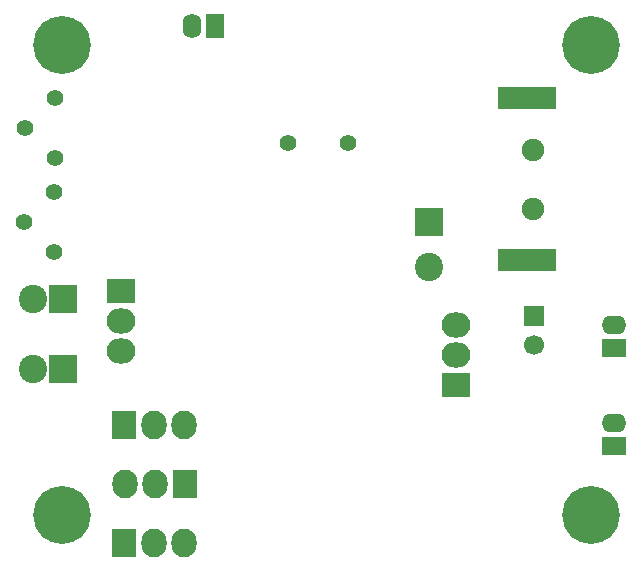
<source format=gbr>
G04 #@! TF.FileFunction,Soldermask,Bot*
%FSLAX46Y46*%
G04 Gerber Fmt 4.6, Leading zero omitted, Abs format (unit mm)*
G04 Created by KiCad (PCBNEW 4.0.1-stable) date 02/03/2016 22:00:12*
%MOMM*%
G01*
G04 APERTURE LIST*
%ADD10C,0.100000*%
%ADD11C,4.900120*%
%ADD12C,1.400000*%
%ADD13R,2.127200X2.432000*%
%ADD14O,2.127200X2.432000*%
%ADD15R,2.099260X1.598880*%
%ADD16O,2.099260X1.598880*%
%ADD17R,2.432000X2.127200*%
%ADD18O,2.432000X2.127200*%
%ADD19R,1.700000X1.700000*%
%ADD20C,1.700000*%
%ADD21C,1.900000*%
%ADD22R,4.900000X1.900000*%
%ADD23R,1.598880X2.099260*%
%ADD24O,1.598880X2.099260*%
%ADD25R,2.400000X2.400000*%
%ADD26C,2.400000*%
%ADD27C,2.398980*%
%ADD28R,2.398980X2.398980*%
G04 APERTURE END LIST*
D10*
D11*
X121066000Y-116200000D03*
X121066000Y-76400000D03*
X165866000Y-76400000D03*
X165866000Y-116200000D03*
D12*
X117836000Y-91350000D03*
X120376000Y-93890000D03*
X120376000Y-88810000D03*
D13*
X126366000Y-108550000D03*
D14*
X128906000Y-108550000D03*
X131446000Y-108550000D03*
D12*
X117936000Y-83450000D03*
X120476000Y-85990000D03*
X120476000Y-80910000D03*
D13*
X126366000Y-118550000D03*
D14*
X128906000Y-118550000D03*
X131446000Y-118550000D03*
D12*
X145266000Y-84650000D03*
X140266000Y-84650000D03*
D15*
X167866000Y-110350760D03*
D16*
X167866000Y-108349240D03*
D13*
X131466000Y-113550000D03*
D14*
X128926000Y-113550000D03*
X126386000Y-113550000D03*
D15*
X167866000Y-102050760D03*
D16*
X167866000Y-100049240D03*
D17*
X126066000Y-97250000D03*
D18*
X126066000Y-99790000D03*
X126066000Y-102330000D03*
D19*
X161036000Y-99314000D03*
D20*
X161036000Y-101814000D03*
D21*
X160966000Y-85250000D03*
X160966000Y-90250000D03*
D22*
X160466000Y-94600000D03*
X160466000Y-80900000D03*
D23*
X134066760Y-74750000D03*
D24*
X132065240Y-74750000D03*
D25*
X121166000Y-97850000D03*
D26*
X118626000Y-97850000D03*
D25*
X121166000Y-103850000D03*
D26*
X118626000Y-103850000D03*
D27*
X152166000Y-95160000D03*
D28*
X152166000Y-91350000D03*
D17*
X154432000Y-105156000D03*
D18*
X154432000Y-102616000D03*
X154432000Y-100076000D03*
M02*

</source>
